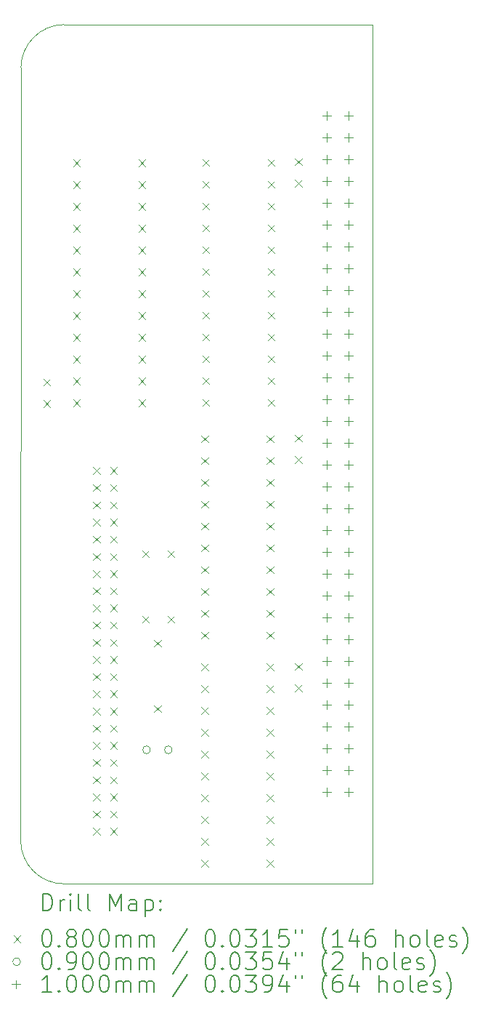
<source format=gbr>
%TF.GenerationSoftware,KiCad,Pcbnew,8.0.7*%
%TF.CreationDate,2025-01-16T17:26:47-05:00*%
%TF.ProjectId,simple_ide,73696d70-6c65-45f6-9964-652e6b696361,rev?*%
%TF.SameCoordinates,Original*%
%TF.FileFunction,Drillmap*%
%TF.FilePolarity,Positive*%
%FSLAX45Y45*%
G04 Gerber Fmt 4.5, Leading zero omitted, Abs format (unit mm)*
G04 Created by KiCad (PCBNEW 8.0.7) date 2025-01-16 17:26:47*
%MOMM*%
%LPD*%
G01*
G04 APERTURE LIST*
%ADD10C,0.050000*%
%ADD11C,0.200000*%
%ADD12C,0.100000*%
G04 APERTURE END LIST*
D10*
X14297761Y-4000221D02*
G75*
G02*
X14797689Y-3496938I508529J-5199D01*
G01*
X18400000Y-13500000D02*
X14800000Y-13500000D01*
X18400000Y-3500000D02*
X18400000Y-13500000D01*
X14800000Y-13500000D02*
G75*
G02*
X14295332Y-13000021I0J504690D01*
G01*
X14297446Y-3999989D02*
X14295197Y-13000010D01*
X18399234Y-3500000D02*
X14797689Y-3496933D01*
D11*
D12*
X14560000Y-7620000D02*
X14640000Y-7700000D01*
X14640000Y-7620000D02*
X14560000Y-7700000D01*
X14560000Y-7870000D02*
X14640000Y-7950000D01*
X14640000Y-7870000D02*
X14560000Y-7950000D01*
X14908000Y-5066000D02*
X14988000Y-5146000D01*
X14988000Y-5066000D02*
X14908000Y-5146000D01*
X14908000Y-5320000D02*
X14988000Y-5400000D01*
X14988000Y-5320000D02*
X14908000Y-5400000D01*
X14908000Y-5574000D02*
X14988000Y-5654000D01*
X14988000Y-5574000D02*
X14908000Y-5654000D01*
X14908000Y-5828000D02*
X14988000Y-5908000D01*
X14988000Y-5828000D02*
X14908000Y-5908000D01*
X14908000Y-6082000D02*
X14988000Y-6162000D01*
X14988000Y-6082000D02*
X14908000Y-6162000D01*
X14908000Y-6336000D02*
X14988000Y-6416000D01*
X14988000Y-6336000D02*
X14908000Y-6416000D01*
X14908000Y-6590000D02*
X14988000Y-6670000D01*
X14988000Y-6590000D02*
X14908000Y-6670000D01*
X14908000Y-6844000D02*
X14988000Y-6924000D01*
X14988000Y-6844000D02*
X14908000Y-6924000D01*
X14908000Y-7098000D02*
X14988000Y-7178000D01*
X14988000Y-7098000D02*
X14908000Y-7178000D01*
X14908000Y-7352000D02*
X14988000Y-7432000D01*
X14988000Y-7352000D02*
X14908000Y-7432000D01*
X14908000Y-7606000D02*
X14988000Y-7686000D01*
X14988000Y-7606000D02*
X14908000Y-7686000D01*
X14908000Y-7860000D02*
X14988000Y-7940000D01*
X14988000Y-7860000D02*
X14908000Y-7940000D01*
X15140000Y-8650000D02*
X15220000Y-8730000D01*
X15220000Y-8650000D02*
X15140000Y-8730000D01*
X15140000Y-8850000D02*
X15220000Y-8930000D01*
X15220000Y-8850000D02*
X15140000Y-8930000D01*
X15140000Y-9050000D02*
X15220000Y-9130000D01*
X15220000Y-9050000D02*
X15140000Y-9130000D01*
X15140000Y-9250000D02*
X15220000Y-9330000D01*
X15220000Y-9250000D02*
X15140000Y-9330000D01*
X15140000Y-9450000D02*
X15220000Y-9530000D01*
X15220000Y-9450000D02*
X15140000Y-9530000D01*
X15140000Y-9650000D02*
X15220000Y-9730000D01*
X15220000Y-9650000D02*
X15140000Y-9730000D01*
X15140000Y-9850000D02*
X15220000Y-9930000D01*
X15220000Y-9850000D02*
X15140000Y-9930000D01*
X15140000Y-10050000D02*
X15220000Y-10130000D01*
X15220000Y-10050000D02*
X15140000Y-10130000D01*
X15140000Y-10250000D02*
X15220000Y-10330000D01*
X15220000Y-10250000D02*
X15140000Y-10330000D01*
X15140000Y-10450000D02*
X15220000Y-10530000D01*
X15220000Y-10450000D02*
X15140000Y-10530000D01*
X15140000Y-10650000D02*
X15220000Y-10730000D01*
X15220000Y-10650000D02*
X15140000Y-10730000D01*
X15140000Y-10850000D02*
X15220000Y-10930000D01*
X15220000Y-10850000D02*
X15140000Y-10930000D01*
X15140000Y-11050000D02*
X15220000Y-11130000D01*
X15220000Y-11050000D02*
X15140000Y-11130000D01*
X15140000Y-11250000D02*
X15220000Y-11330000D01*
X15220000Y-11250000D02*
X15140000Y-11330000D01*
X15140000Y-11450000D02*
X15220000Y-11530000D01*
X15220000Y-11450000D02*
X15140000Y-11530000D01*
X15140000Y-11650000D02*
X15220000Y-11730000D01*
X15220000Y-11650000D02*
X15140000Y-11730000D01*
X15140000Y-11850000D02*
X15220000Y-11930000D01*
X15220000Y-11850000D02*
X15140000Y-11930000D01*
X15140000Y-12050000D02*
X15220000Y-12130000D01*
X15220000Y-12050000D02*
X15140000Y-12130000D01*
X15140000Y-12250000D02*
X15220000Y-12330000D01*
X15220000Y-12250000D02*
X15140000Y-12330000D01*
X15140000Y-12450000D02*
X15220000Y-12530000D01*
X15220000Y-12450000D02*
X15140000Y-12530000D01*
X15140000Y-12650000D02*
X15220000Y-12730000D01*
X15220000Y-12650000D02*
X15140000Y-12730000D01*
X15140000Y-12850000D02*
X15220000Y-12930000D01*
X15220000Y-12850000D02*
X15140000Y-12930000D01*
X15340000Y-8650000D02*
X15420000Y-8730000D01*
X15420000Y-8650000D02*
X15340000Y-8730000D01*
X15340000Y-8850000D02*
X15420000Y-8930000D01*
X15420000Y-8850000D02*
X15340000Y-8930000D01*
X15340000Y-9050000D02*
X15420000Y-9130000D01*
X15420000Y-9050000D02*
X15340000Y-9130000D01*
X15340000Y-9250000D02*
X15420000Y-9330000D01*
X15420000Y-9250000D02*
X15340000Y-9330000D01*
X15340000Y-9450000D02*
X15420000Y-9530000D01*
X15420000Y-9450000D02*
X15340000Y-9530000D01*
X15340000Y-9650000D02*
X15420000Y-9730000D01*
X15420000Y-9650000D02*
X15340000Y-9730000D01*
X15340000Y-9850000D02*
X15420000Y-9930000D01*
X15420000Y-9850000D02*
X15340000Y-9930000D01*
X15340000Y-10050000D02*
X15420000Y-10130000D01*
X15420000Y-10050000D02*
X15340000Y-10130000D01*
X15340000Y-10250000D02*
X15420000Y-10330000D01*
X15420000Y-10250000D02*
X15340000Y-10330000D01*
X15340000Y-10450000D02*
X15420000Y-10530000D01*
X15420000Y-10450000D02*
X15340000Y-10530000D01*
X15340000Y-10650000D02*
X15420000Y-10730000D01*
X15420000Y-10650000D02*
X15340000Y-10730000D01*
X15340000Y-10850000D02*
X15420000Y-10930000D01*
X15420000Y-10850000D02*
X15340000Y-10930000D01*
X15340000Y-11050000D02*
X15420000Y-11130000D01*
X15420000Y-11050000D02*
X15340000Y-11130000D01*
X15340000Y-11250000D02*
X15420000Y-11330000D01*
X15420000Y-11250000D02*
X15340000Y-11330000D01*
X15340000Y-11450000D02*
X15420000Y-11530000D01*
X15420000Y-11450000D02*
X15340000Y-11530000D01*
X15340000Y-11650000D02*
X15420000Y-11730000D01*
X15420000Y-11650000D02*
X15340000Y-11730000D01*
X15340000Y-11850000D02*
X15420000Y-11930000D01*
X15420000Y-11850000D02*
X15340000Y-11930000D01*
X15340000Y-12050000D02*
X15420000Y-12130000D01*
X15420000Y-12050000D02*
X15340000Y-12130000D01*
X15340000Y-12250000D02*
X15420000Y-12330000D01*
X15420000Y-12250000D02*
X15340000Y-12330000D01*
X15340000Y-12450000D02*
X15420000Y-12530000D01*
X15420000Y-12450000D02*
X15340000Y-12530000D01*
X15340000Y-12650000D02*
X15420000Y-12730000D01*
X15420000Y-12650000D02*
X15340000Y-12730000D01*
X15340000Y-12850000D02*
X15420000Y-12930000D01*
X15420000Y-12850000D02*
X15340000Y-12930000D01*
X15670000Y-5066000D02*
X15750000Y-5146000D01*
X15750000Y-5066000D02*
X15670000Y-5146000D01*
X15670000Y-5320000D02*
X15750000Y-5400000D01*
X15750000Y-5320000D02*
X15670000Y-5400000D01*
X15670000Y-5574000D02*
X15750000Y-5654000D01*
X15750000Y-5574000D02*
X15670000Y-5654000D01*
X15670000Y-5828000D02*
X15750000Y-5908000D01*
X15750000Y-5828000D02*
X15670000Y-5908000D01*
X15670000Y-6082000D02*
X15750000Y-6162000D01*
X15750000Y-6082000D02*
X15670000Y-6162000D01*
X15670000Y-6336000D02*
X15750000Y-6416000D01*
X15750000Y-6336000D02*
X15670000Y-6416000D01*
X15670000Y-6590000D02*
X15750000Y-6670000D01*
X15750000Y-6590000D02*
X15670000Y-6670000D01*
X15670000Y-6844000D02*
X15750000Y-6924000D01*
X15750000Y-6844000D02*
X15670000Y-6924000D01*
X15670000Y-7098000D02*
X15750000Y-7178000D01*
X15750000Y-7098000D02*
X15670000Y-7178000D01*
X15670000Y-7352000D02*
X15750000Y-7432000D01*
X15750000Y-7352000D02*
X15670000Y-7432000D01*
X15670000Y-7606000D02*
X15750000Y-7686000D01*
X15750000Y-7606000D02*
X15670000Y-7686000D01*
X15670000Y-7860000D02*
X15750000Y-7940000D01*
X15750000Y-7860000D02*
X15670000Y-7940000D01*
X15710000Y-9619000D02*
X15790000Y-9699000D01*
X15790000Y-9619000D02*
X15710000Y-9699000D01*
X15710000Y-10381000D02*
X15790000Y-10461000D01*
X15790000Y-10381000D02*
X15710000Y-10461000D01*
X15850000Y-10660000D02*
X15930000Y-10740000D01*
X15930000Y-10660000D02*
X15850000Y-10740000D01*
X15850000Y-11422000D02*
X15930000Y-11502000D01*
X15930000Y-11422000D02*
X15850000Y-11502000D01*
X16010000Y-9619000D02*
X16090000Y-9699000D01*
X16090000Y-9619000D02*
X16010000Y-9699000D01*
X16010000Y-10381000D02*
X16090000Y-10461000D01*
X16090000Y-10381000D02*
X16010000Y-10461000D01*
X16403000Y-8278500D02*
X16483000Y-8358500D01*
X16483000Y-8278500D02*
X16403000Y-8358500D01*
X16403000Y-8532500D02*
X16483000Y-8612500D01*
X16483000Y-8532500D02*
X16403000Y-8612500D01*
X16403000Y-8786500D02*
X16483000Y-8866500D01*
X16483000Y-8786500D02*
X16403000Y-8866500D01*
X16403000Y-9040500D02*
X16483000Y-9120500D01*
X16483000Y-9040500D02*
X16403000Y-9120500D01*
X16403000Y-9294500D02*
X16483000Y-9374500D01*
X16483000Y-9294500D02*
X16403000Y-9374500D01*
X16403000Y-9548500D02*
X16483000Y-9628500D01*
X16483000Y-9548500D02*
X16403000Y-9628500D01*
X16403000Y-9802500D02*
X16483000Y-9882500D01*
X16483000Y-9802500D02*
X16403000Y-9882500D01*
X16403000Y-10056500D02*
X16483000Y-10136500D01*
X16483000Y-10056500D02*
X16403000Y-10136500D01*
X16403000Y-10310500D02*
X16483000Y-10390500D01*
X16483000Y-10310500D02*
X16403000Y-10390500D01*
X16403000Y-10564500D02*
X16483000Y-10644500D01*
X16483000Y-10564500D02*
X16403000Y-10644500D01*
X16403000Y-10936000D02*
X16483000Y-11016000D01*
X16483000Y-10936000D02*
X16403000Y-11016000D01*
X16403000Y-11190000D02*
X16483000Y-11270000D01*
X16483000Y-11190000D02*
X16403000Y-11270000D01*
X16403000Y-11444000D02*
X16483000Y-11524000D01*
X16483000Y-11444000D02*
X16403000Y-11524000D01*
X16403000Y-11698000D02*
X16483000Y-11778000D01*
X16483000Y-11698000D02*
X16403000Y-11778000D01*
X16403000Y-11952000D02*
X16483000Y-12032000D01*
X16483000Y-11952000D02*
X16403000Y-12032000D01*
X16403000Y-12206000D02*
X16483000Y-12286000D01*
X16483000Y-12206000D02*
X16403000Y-12286000D01*
X16403000Y-12460000D02*
X16483000Y-12540000D01*
X16483000Y-12460000D02*
X16403000Y-12540000D01*
X16403000Y-12714000D02*
X16483000Y-12794000D01*
X16483000Y-12714000D02*
X16403000Y-12794000D01*
X16403000Y-12968000D02*
X16483000Y-13048000D01*
X16483000Y-12968000D02*
X16403000Y-13048000D01*
X16403000Y-13222000D02*
X16483000Y-13302000D01*
X16483000Y-13222000D02*
X16403000Y-13302000D01*
X16413000Y-5065000D02*
X16493000Y-5145000D01*
X16493000Y-5065000D02*
X16413000Y-5145000D01*
X16413000Y-5319000D02*
X16493000Y-5399000D01*
X16493000Y-5319000D02*
X16413000Y-5399000D01*
X16413000Y-5573000D02*
X16493000Y-5653000D01*
X16493000Y-5573000D02*
X16413000Y-5653000D01*
X16413000Y-5827000D02*
X16493000Y-5907000D01*
X16493000Y-5827000D02*
X16413000Y-5907000D01*
X16413000Y-6081000D02*
X16493000Y-6161000D01*
X16493000Y-6081000D02*
X16413000Y-6161000D01*
X16413000Y-6335000D02*
X16493000Y-6415000D01*
X16493000Y-6335000D02*
X16413000Y-6415000D01*
X16413000Y-6589000D02*
X16493000Y-6669000D01*
X16493000Y-6589000D02*
X16413000Y-6669000D01*
X16413000Y-6843000D02*
X16493000Y-6923000D01*
X16493000Y-6843000D02*
X16413000Y-6923000D01*
X16413000Y-7097000D02*
X16493000Y-7177000D01*
X16493000Y-7097000D02*
X16413000Y-7177000D01*
X16413000Y-7351000D02*
X16493000Y-7431000D01*
X16493000Y-7351000D02*
X16413000Y-7431000D01*
X16413000Y-7605000D02*
X16493000Y-7685000D01*
X16493000Y-7605000D02*
X16413000Y-7685000D01*
X16413000Y-7859000D02*
X16493000Y-7939000D01*
X16493000Y-7859000D02*
X16413000Y-7939000D01*
X17165000Y-8278500D02*
X17245000Y-8358500D01*
X17245000Y-8278500D02*
X17165000Y-8358500D01*
X17165000Y-8532500D02*
X17245000Y-8612500D01*
X17245000Y-8532500D02*
X17165000Y-8612500D01*
X17165000Y-8786500D02*
X17245000Y-8866500D01*
X17245000Y-8786500D02*
X17165000Y-8866500D01*
X17165000Y-9040500D02*
X17245000Y-9120500D01*
X17245000Y-9040500D02*
X17165000Y-9120500D01*
X17165000Y-9294500D02*
X17245000Y-9374500D01*
X17245000Y-9294500D02*
X17165000Y-9374500D01*
X17165000Y-9548500D02*
X17245000Y-9628500D01*
X17245000Y-9548500D02*
X17165000Y-9628500D01*
X17165000Y-9802500D02*
X17245000Y-9882500D01*
X17245000Y-9802500D02*
X17165000Y-9882500D01*
X17165000Y-10056500D02*
X17245000Y-10136500D01*
X17245000Y-10056500D02*
X17165000Y-10136500D01*
X17165000Y-10310500D02*
X17245000Y-10390500D01*
X17245000Y-10310500D02*
X17165000Y-10390500D01*
X17165000Y-10564500D02*
X17245000Y-10644500D01*
X17245000Y-10564500D02*
X17165000Y-10644500D01*
X17165000Y-10936000D02*
X17245000Y-11016000D01*
X17245000Y-10936000D02*
X17165000Y-11016000D01*
X17165000Y-11190000D02*
X17245000Y-11270000D01*
X17245000Y-11190000D02*
X17165000Y-11270000D01*
X17165000Y-11444000D02*
X17245000Y-11524000D01*
X17245000Y-11444000D02*
X17165000Y-11524000D01*
X17165000Y-11698000D02*
X17245000Y-11778000D01*
X17245000Y-11698000D02*
X17165000Y-11778000D01*
X17165000Y-11952000D02*
X17245000Y-12032000D01*
X17245000Y-11952000D02*
X17165000Y-12032000D01*
X17165000Y-12206000D02*
X17245000Y-12286000D01*
X17245000Y-12206000D02*
X17165000Y-12286000D01*
X17165000Y-12460000D02*
X17245000Y-12540000D01*
X17245000Y-12460000D02*
X17165000Y-12540000D01*
X17165000Y-12714000D02*
X17245000Y-12794000D01*
X17245000Y-12714000D02*
X17165000Y-12794000D01*
X17165000Y-12968000D02*
X17245000Y-13048000D01*
X17245000Y-12968000D02*
X17165000Y-13048000D01*
X17165000Y-13222000D02*
X17245000Y-13302000D01*
X17245000Y-13222000D02*
X17165000Y-13302000D01*
X17175000Y-5065000D02*
X17255000Y-5145000D01*
X17255000Y-5065000D02*
X17175000Y-5145000D01*
X17175000Y-5319000D02*
X17255000Y-5399000D01*
X17255000Y-5319000D02*
X17175000Y-5399000D01*
X17175000Y-5573000D02*
X17255000Y-5653000D01*
X17255000Y-5573000D02*
X17175000Y-5653000D01*
X17175000Y-5827000D02*
X17255000Y-5907000D01*
X17255000Y-5827000D02*
X17175000Y-5907000D01*
X17175000Y-6081000D02*
X17255000Y-6161000D01*
X17255000Y-6081000D02*
X17175000Y-6161000D01*
X17175000Y-6335000D02*
X17255000Y-6415000D01*
X17255000Y-6335000D02*
X17175000Y-6415000D01*
X17175000Y-6589000D02*
X17255000Y-6669000D01*
X17255000Y-6589000D02*
X17175000Y-6669000D01*
X17175000Y-6843000D02*
X17255000Y-6923000D01*
X17255000Y-6843000D02*
X17175000Y-6923000D01*
X17175000Y-7097000D02*
X17255000Y-7177000D01*
X17255000Y-7097000D02*
X17175000Y-7177000D01*
X17175000Y-7351000D02*
X17255000Y-7431000D01*
X17255000Y-7351000D02*
X17175000Y-7431000D01*
X17175000Y-7605000D02*
X17255000Y-7685000D01*
X17255000Y-7605000D02*
X17175000Y-7685000D01*
X17175000Y-7859000D02*
X17255000Y-7939000D01*
X17255000Y-7859000D02*
X17175000Y-7939000D01*
X17495000Y-5055000D02*
X17575000Y-5135000D01*
X17575000Y-5055000D02*
X17495000Y-5135000D01*
X17495000Y-5305000D02*
X17575000Y-5385000D01*
X17575000Y-5305000D02*
X17495000Y-5385000D01*
X17495000Y-8273500D02*
X17575000Y-8353500D01*
X17575000Y-8273500D02*
X17495000Y-8353500D01*
X17495000Y-8523500D02*
X17575000Y-8603500D01*
X17575000Y-8523500D02*
X17495000Y-8603500D01*
X17495000Y-10931000D02*
X17575000Y-11011000D01*
X17575000Y-10931000D02*
X17495000Y-11011000D01*
X17495000Y-11181000D02*
X17575000Y-11261000D01*
X17575000Y-11181000D02*
X17495000Y-11261000D01*
X15807500Y-11940000D02*
G75*
G02*
X15717500Y-11940000I-45000J0D01*
G01*
X15717500Y-11940000D02*
G75*
G02*
X15807500Y-11940000I45000J0D01*
G01*
X16061500Y-11940000D02*
G75*
G02*
X15971500Y-11940000I-45000J0D01*
G01*
X15971500Y-11940000D02*
G75*
G02*
X16061500Y-11940000I45000J0D01*
G01*
X17866200Y-4510030D02*
X17866200Y-4610030D01*
X17816200Y-4560030D02*
X17916200Y-4560030D01*
X17866200Y-4764030D02*
X17866200Y-4864030D01*
X17816200Y-4814030D02*
X17916200Y-4814030D01*
X17866200Y-5018030D02*
X17866200Y-5118030D01*
X17816200Y-5068030D02*
X17916200Y-5068030D01*
X17866200Y-5272030D02*
X17866200Y-5372030D01*
X17816200Y-5322030D02*
X17916200Y-5322030D01*
X17866200Y-5526030D02*
X17866200Y-5626030D01*
X17816200Y-5576030D02*
X17916200Y-5576030D01*
X17866200Y-5780030D02*
X17866200Y-5880030D01*
X17816200Y-5830030D02*
X17916200Y-5830030D01*
X17866200Y-6034030D02*
X17866200Y-6134030D01*
X17816200Y-6084030D02*
X17916200Y-6084030D01*
X17866200Y-6288030D02*
X17866200Y-6388030D01*
X17816200Y-6338030D02*
X17916200Y-6338030D01*
X17866200Y-6542030D02*
X17866200Y-6642030D01*
X17816200Y-6592030D02*
X17916200Y-6592030D01*
X17866200Y-6796030D02*
X17866200Y-6896030D01*
X17816200Y-6846030D02*
X17916200Y-6846030D01*
X17866200Y-7050030D02*
X17866200Y-7150030D01*
X17816200Y-7100030D02*
X17916200Y-7100030D01*
X17866200Y-7304030D02*
X17866200Y-7404030D01*
X17816200Y-7354030D02*
X17916200Y-7354030D01*
X17866200Y-7558030D02*
X17866200Y-7658030D01*
X17816200Y-7608030D02*
X17916200Y-7608030D01*
X17866200Y-7812030D02*
X17866200Y-7912030D01*
X17816200Y-7862030D02*
X17916200Y-7862030D01*
X17866200Y-8066030D02*
X17866200Y-8166030D01*
X17816200Y-8116030D02*
X17916200Y-8116030D01*
X17866200Y-8320030D02*
X17866200Y-8420030D01*
X17816200Y-8370030D02*
X17916200Y-8370030D01*
X17866200Y-8574030D02*
X17866200Y-8674030D01*
X17816200Y-8624030D02*
X17916200Y-8624030D01*
X17866200Y-8828030D02*
X17866200Y-8928030D01*
X17816200Y-8878030D02*
X17916200Y-8878030D01*
X17866200Y-9082030D02*
X17866200Y-9182030D01*
X17816200Y-9132030D02*
X17916200Y-9132030D01*
X17866200Y-9336030D02*
X17866200Y-9436030D01*
X17816200Y-9386030D02*
X17916200Y-9386030D01*
X17866200Y-9590030D02*
X17866200Y-9690030D01*
X17816200Y-9640030D02*
X17916200Y-9640030D01*
X17866200Y-9844030D02*
X17866200Y-9944030D01*
X17816200Y-9894030D02*
X17916200Y-9894030D01*
X17866200Y-10098030D02*
X17866200Y-10198030D01*
X17816200Y-10148030D02*
X17916200Y-10148030D01*
X17866200Y-10352030D02*
X17866200Y-10452030D01*
X17816200Y-10402030D02*
X17916200Y-10402030D01*
X17866200Y-10606030D02*
X17866200Y-10706030D01*
X17816200Y-10656030D02*
X17916200Y-10656030D01*
X17866200Y-10860030D02*
X17866200Y-10960030D01*
X17816200Y-10910030D02*
X17916200Y-10910030D01*
X17866200Y-11114030D02*
X17866200Y-11214030D01*
X17816200Y-11164030D02*
X17916200Y-11164030D01*
X17866200Y-11368030D02*
X17866200Y-11468030D01*
X17816200Y-11418030D02*
X17916200Y-11418030D01*
X17866200Y-11622030D02*
X17866200Y-11722030D01*
X17816200Y-11672030D02*
X17916200Y-11672030D01*
X17866200Y-11876030D02*
X17866200Y-11976030D01*
X17816200Y-11926030D02*
X17916200Y-11926030D01*
X17866200Y-12130030D02*
X17866200Y-12230030D01*
X17816200Y-12180030D02*
X17916200Y-12180030D01*
X17866200Y-12384030D02*
X17866200Y-12484030D01*
X17816200Y-12434030D02*
X17916200Y-12434030D01*
X18120200Y-4510030D02*
X18120200Y-4610030D01*
X18070200Y-4560030D02*
X18170200Y-4560030D01*
X18120200Y-4764030D02*
X18120200Y-4864030D01*
X18070200Y-4814030D02*
X18170200Y-4814030D01*
X18120200Y-5018030D02*
X18120200Y-5118030D01*
X18070200Y-5068030D02*
X18170200Y-5068030D01*
X18120200Y-5272030D02*
X18120200Y-5372030D01*
X18070200Y-5322030D02*
X18170200Y-5322030D01*
X18120200Y-5526030D02*
X18120200Y-5626030D01*
X18070200Y-5576030D02*
X18170200Y-5576030D01*
X18120200Y-5780030D02*
X18120200Y-5880030D01*
X18070200Y-5830030D02*
X18170200Y-5830030D01*
X18120200Y-6034030D02*
X18120200Y-6134030D01*
X18070200Y-6084030D02*
X18170200Y-6084030D01*
X18120200Y-6288030D02*
X18120200Y-6388030D01*
X18070200Y-6338030D02*
X18170200Y-6338030D01*
X18120200Y-6542030D02*
X18120200Y-6642030D01*
X18070200Y-6592030D02*
X18170200Y-6592030D01*
X18120200Y-6796030D02*
X18120200Y-6896030D01*
X18070200Y-6846030D02*
X18170200Y-6846030D01*
X18120200Y-7050030D02*
X18120200Y-7150030D01*
X18070200Y-7100030D02*
X18170200Y-7100030D01*
X18120200Y-7304030D02*
X18120200Y-7404030D01*
X18070200Y-7354030D02*
X18170200Y-7354030D01*
X18120200Y-7558030D02*
X18120200Y-7658030D01*
X18070200Y-7608030D02*
X18170200Y-7608030D01*
X18120200Y-7812030D02*
X18120200Y-7912030D01*
X18070200Y-7862030D02*
X18170200Y-7862030D01*
X18120200Y-8066030D02*
X18120200Y-8166030D01*
X18070200Y-8116030D02*
X18170200Y-8116030D01*
X18120200Y-8320030D02*
X18120200Y-8420030D01*
X18070200Y-8370030D02*
X18170200Y-8370030D01*
X18120200Y-8574030D02*
X18120200Y-8674030D01*
X18070200Y-8624030D02*
X18170200Y-8624030D01*
X18120200Y-8828030D02*
X18120200Y-8928030D01*
X18070200Y-8878030D02*
X18170200Y-8878030D01*
X18120200Y-9082030D02*
X18120200Y-9182030D01*
X18070200Y-9132030D02*
X18170200Y-9132030D01*
X18120200Y-9336030D02*
X18120200Y-9436030D01*
X18070200Y-9386030D02*
X18170200Y-9386030D01*
X18120200Y-9590030D02*
X18120200Y-9690030D01*
X18070200Y-9640030D02*
X18170200Y-9640030D01*
X18120200Y-9844030D02*
X18120200Y-9944030D01*
X18070200Y-9894030D02*
X18170200Y-9894030D01*
X18120200Y-10098030D02*
X18120200Y-10198030D01*
X18070200Y-10148030D02*
X18170200Y-10148030D01*
X18120200Y-10352030D02*
X18120200Y-10452030D01*
X18070200Y-10402030D02*
X18170200Y-10402030D01*
X18120200Y-10606030D02*
X18120200Y-10706030D01*
X18070200Y-10656030D02*
X18170200Y-10656030D01*
X18120200Y-10860030D02*
X18120200Y-10960030D01*
X18070200Y-10910030D02*
X18170200Y-10910030D01*
X18120200Y-11114030D02*
X18120200Y-11214030D01*
X18070200Y-11164030D02*
X18170200Y-11164030D01*
X18120200Y-11368030D02*
X18120200Y-11468030D01*
X18070200Y-11418030D02*
X18170200Y-11418030D01*
X18120200Y-11622030D02*
X18120200Y-11722030D01*
X18070200Y-11672030D02*
X18170200Y-11672030D01*
X18120200Y-11876030D02*
X18120200Y-11976030D01*
X18070200Y-11926030D02*
X18170200Y-11926030D01*
X18120200Y-12130030D02*
X18120200Y-12230030D01*
X18070200Y-12180030D02*
X18170200Y-12180030D01*
X18120200Y-12384030D02*
X18120200Y-12484030D01*
X18070200Y-12434030D02*
X18170200Y-12434030D01*
D11*
X14553474Y-13813984D02*
X14553474Y-13613984D01*
X14553474Y-13613984D02*
X14601093Y-13613984D01*
X14601093Y-13613984D02*
X14629664Y-13623508D01*
X14629664Y-13623508D02*
X14648712Y-13642555D01*
X14648712Y-13642555D02*
X14658236Y-13661603D01*
X14658236Y-13661603D02*
X14667760Y-13699698D01*
X14667760Y-13699698D02*
X14667760Y-13728269D01*
X14667760Y-13728269D02*
X14658236Y-13766365D01*
X14658236Y-13766365D02*
X14648712Y-13785412D01*
X14648712Y-13785412D02*
X14629664Y-13804460D01*
X14629664Y-13804460D02*
X14601093Y-13813984D01*
X14601093Y-13813984D02*
X14553474Y-13813984D01*
X14753474Y-13813984D02*
X14753474Y-13680650D01*
X14753474Y-13718746D02*
X14762998Y-13699698D01*
X14762998Y-13699698D02*
X14772521Y-13690174D01*
X14772521Y-13690174D02*
X14791569Y-13680650D01*
X14791569Y-13680650D02*
X14810617Y-13680650D01*
X14877283Y-13813984D02*
X14877283Y-13680650D01*
X14877283Y-13613984D02*
X14867760Y-13623508D01*
X14867760Y-13623508D02*
X14877283Y-13633031D01*
X14877283Y-13633031D02*
X14886807Y-13623508D01*
X14886807Y-13623508D02*
X14877283Y-13613984D01*
X14877283Y-13613984D02*
X14877283Y-13633031D01*
X15001093Y-13813984D02*
X14982045Y-13804460D01*
X14982045Y-13804460D02*
X14972521Y-13785412D01*
X14972521Y-13785412D02*
X14972521Y-13613984D01*
X15105855Y-13813984D02*
X15086807Y-13804460D01*
X15086807Y-13804460D02*
X15077283Y-13785412D01*
X15077283Y-13785412D02*
X15077283Y-13613984D01*
X15334426Y-13813984D02*
X15334426Y-13613984D01*
X15334426Y-13613984D02*
X15401093Y-13756841D01*
X15401093Y-13756841D02*
X15467760Y-13613984D01*
X15467760Y-13613984D02*
X15467760Y-13813984D01*
X15648712Y-13813984D02*
X15648712Y-13709222D01*
X15648712Y-13709222D02*
X15639188Y-13690174D01*
X15639188Y-13690174D02*
X15620141Y-13680650D01*
X15620141Y-13680650D02*
X15582045Y-13680650D01*
X15582045Y-13680650D02*
X15562998Y-13690174D01*
X15648712Y-13804460D02*
X15629664Y-13813984D01*
X15629664Y-13813984D02*
X15582045Y-13813984D01*
X15582045Y-13813984D02*
X15562998Y-13804460D01*
X15562998Y-13804460D02*
X15553474Y-13785412D01*
X15553474Y-13785412D02*
X15553474Y-13766365D01*
X15553474Y-13766365D02*
X15562998Y-13747317D01*
X15562998Y-13747317D02*
X15582045Y-13737793D01*
X15582045Y-13737793D02*
X15629664Y-13737793D01*
X15629664Y-13737793D02*
X15648712Y-13728269D01*
X15743950Y-13680650D02*
X15743950Y-13880650D01*
X15743950Y-13690174D02*
X15762998Y-13680650D01*
X15762998Y-13680650D02*
X15801093Y-13680650D01*
X15801093Y-13680650D02*
X15820141Y-13690174D01*
X15820141Y-13690174D02*
X15829664Y-13699698D01*
X15829664Y-13699698D02*
X15839188Y-13718746D01*
X15839188Y-13718746D02*
X15839188Y-13775888D01*
X15839188Y-13775888D02*
X15829664Y-13794936D01*
X15829664Y-13794936D02*
X15820141Y-13804460D01*
X15820141Y-13804460D02*
X15801093Y-13813984D01*
X15801093Y-13813984D02*
X15762998Y-13813984D01*
X15762998Y-13813984D02*
X15743950Y-13804460D01*
X15924902Y-13794936D02*
X15934426Y-13804460D01*
X15934426Y-13804460D02*
X15924902Y-13813984D01*
X15924902Y-13813984D02*
X15915379Y-13804460D01*
X15915379Y-13804460D02*
X15924902Y-13794936D01*
X15924902Y-13794936D02*
X15924902Y-13813984D01*
X15924902Y-13690174D02*
X15934426Y-13699698D01*
X15934426Y-13699698D02*
X15924902Y-13709222D01*
X15924902Y-13709222D02*
X15915379Y-13699698D01*
X15915379Y-13699698D02*
X15924902Y-13690174D01*
X15924902Y-13690174D02*
X15924902Y-13709222D01*
D12*
X14212697Y-14102500D02*
X14292697Y-14182500D01*
X14292697Y-14102500D02*
X14212697Y-14182500D01*
D11*
X14591569Y-14033984D02*
X14610617Y-14033984D01*
X14610617Y-14033984D02*
X14629664Y-14043508D01*
X14629664Y-14043508D02*
X14639188Y-14053031D01*
X14639188Y-14053031D02*
X14648712Y-14072079D01*
X14648712Y-14072079D02*
X14658236Y-14110174D01*
X14658236Y-14110174D02*
X14658236Y-14157793D01*
X14658236Y-14157793D02*
X14648712Y-14195888D01*
X14648712Y-14195888D02*
X14639188Y-14214936D01*
X14639188Y-14214936D02*
X14629664Y-14224460D01*
X14629664Y-14224460D02*
X14610617Y-14233984D01*
X14610617Y-14233984D02*
X14591569Y-14233984D01*
X14591569Y-14233984D02*
X14572521Y-14224460D01*
X14572521Y-14224460D02*
X14562998Y-14214936D01*
X14562998Y-14214936D02*
X14553474Y-14195888D01*
X14553474Y-14195888D02*
X14543950Y-14157793D01*
X14543950Y-14157793D02*
X14543950Y-14110174D01*
X14543950Y-14110174D02*
X14553474Y-14072079D01*
X14553474Y-14072079D02*
X14562998Y-14053031D01*
X14562998Y-14053031D02*
X14572521Y-14043508D01*
X14572521Y-14043508D02*
X14591569Y-14033984D01*
X14743950Y-14214936D02*
X14753474Y-14224460D01*
X14753474Y-14224460D02*
X14743950Y-14233984D01*
X14743950Y-14233984D02*
X14734426Y-14224460D01*
X14734426Y-14224460D02*
X14743950Y-14214936D01*
X14743950Y-14214936D02*
X14743950Y-14233984D01*
X14867760Y-14119698D02*
X14848712Y-14110174D01*
X14848712Y-14110174D02*
X14839188Y-14100650D01*
X14839188Y-14100650D02*
X14829664Y-14081603D01*
X14829664Y-14081603D02*
X14829664Y-14072079D01*
X14829664Y-14072079D02*
X14839188Y-14053031D01*
X14839188Y-14053031D02*
X14848712Y-14043508D01*
X14848712Y-14043508D02*
X14867760Y-14033984D01*
X14867760Y-14033984D02*
X14905855Y-14033984D01*
X14905855Y-14033984D02*
X14924902Y-14043508D01*
X14924902Y-14043508D02*
X14934426Y-14053031D01*
X14934426Y-14053031D02*
X14943950Y-14072079D01*
X14943950Y-14072079D02*
X14943950Y-14081603D01*
X14943950Y-14081603D02*
X14934426Y-14100650D01*
X14934426Y-14100650D02*
X14924902Y-14110174D01*
X14924902Y-14110174D02*
X14905855Y-14119698D01*
X14905855Y-14119698D02*
X14867760Y-14119698D01*
X14867760Y-14119698D02*
X14848712Y-14129222D01*
X14848712Y-14129222D02*
X14839188Y-14138746D01*
X14839188Y-14138746D02*
X14829664Y-14157793D01*
X14829664Y-14157793D02*
X14829664Y-14195888D01*
X14829664Y-14195888D02*
X14839188Y-14214936D01*
X14839188Y-14214936D02*
X14848712Y-14224460D01*
X14848712Y-14224460D02*
X14867760Y-14233984D01*
X14867760Y-14233984D02*
X14905855Y-14233984D01*
X14905855Y-14233984D02*
X14924902Y-14224460D01*
X14924902Y-14224460D02*
X14934426Y-14214936D01*
X14934426Y-14214936D02*
X14943950Y-14195888D01*
X14943950Y-14195888D02*
X14943950Y-14157793D01*
X14943950Y-14157793D02*
X14934426Y-14138746D01*
X14934426Y-14138746D02*
X14924902Y-14129222D01*
X14924902Y-14129222D02*
X14905855Y-14119698D01*
X15067760Y-14033984D02*
X15086807Y-14033984D01*
X15086807Y-14033984D02*
X15105855Y-14043508D01*
X15105855Y-14043508D02*
X15115379Y-14053031D01*
X15115379Y-14053031D02*
X15124902Y-14072079D01*
X15124902Y-14072079D02*
X15134426Y-14110174D01*
X15134426Y-14110174D02*
X15134426Y-14157793D01*
X15134426Y-14157793D02*
X15124902Y-14195888D01*
X15124902Y-14195888D02*
X15115379Y-14214936D01*
X15115379Y-14214936D02*
X15105855Y-14224460D01*
X15105855Y-14224460D02*
X15086807Y-14233984D01*
X15086807Y-14233984D02*
X15067760Y-14233984D01*
X15067760Y-14233984D02*
X15048712Y-14224460D01*
X15048712Y-14224460D02*
X15039188Y-14214936D01*
X15039188Y-14214936D02*
X15029664Y-14195888D01*
X15029664Y-14195888D02*
X15020141Y-14157793D01*
X15020141Y-14157793D02*
X15020141Y-14110174D01*
X15020141Y-14110174D02*
X15029664Y-14072079D01*
X15029664Y-14072079D02*
X15039188Y-14053031D01*
X15039188Y-14053031D02*
X15048712Y-14043508D01*
X15048712Y-14043508D02*
X15067760Y-14033984D01*
X15258236Y-14033984D02*
X15277283Y-14033984D01*
X15277283Y-14033984D02*
X15296331Y-14043508D01*
X15296331Y-14043508D02*
X15305855Y-14053031D01*
X15305855Y-14053031D02*
X15315379Y-14072079D01*
X15315379Y-14072079D02*
X15324902Y-14110174D01*
X15324902Y-14110174D02*
X15324902Y-14157793D01*
X15324902Y-14157793D02*
X15315379Y-14195888D01*
X15315379Y-14195888D02*
X15305855Y-14214936D01*
X15305855Y-14214936D02*
X15296331Y-14224460D01*
X15296331Y-14224460D02*
X15277283Y-14233984D01*
X15277283Y-14233984D02*
X15258236Y-14233984D01*
X15258236Y-14233984D02*
X15239188Y-14224460D01*
X15239188Y-14224460D02*
X15229664Y-14214936D01*
X15229664Y-14214936D02*
X15220141Y-14195888D01*
X15220141Y-14195888D02*
X15210617Y-14157793D01*
X15210617Y-14157793D02*
X15210617Y-14110174D01*
X15210617Y-14110174D02*
X15220141Y-14072079D01*
X15220141Y-14072079D02*
X15229664Y-14053031D01*
X15229664Y-14053031D02*
X15239188Y-14043508D01*
X15239188Y-14043508D02*
X15258236Y-14033984D01*
X15410617Y-14233984D02*
X15410617Y-14100650D01*
X15410617Y-14119698D02*
X15420141Y-14110174D01*
X15420141Y-14110174D02*
X15439188Y-14100650D01*
X15439188Y-14100650D02*
X15467760Y-14100650D01*
X15467760Y-14100650D02*
X15486807Y-14110174D01*
X15486807Y-14110174D02*
X15496331Y-14129222D01*
X15496331Y-14129222D02*
X15496331Y-14233984D01*
X15496331Y-14129222D02*
X15505855Y-14110174D01*
X15505855Y-14110174D02*
X15524902Y-14100650D01*
X15524902Y-14100650D02*
X15553474Y-14100650D01*
X15553474Y-14100650D02*
X15572522Y-14110174D01*
X15572522Y-14110174D02*
X15582045Y-14129222D01*
X15582045Y-14129222D02*
X15582045Y-14233984D01*
X15677283Y-14233984D02*
X15677283Y-14100650D01*
X15677283Y-14119698D02*
X15686807Y-14110174D01*
X15686807Y-14110174D02*
X15705855Y-14100650D01*
X15705855Y-14100650D02*
X15734426Y-14100650D01*
X15734426Y-14100650D02*
X15753474Y-14110174D01*
X15753474Y-14110174D02*
X15762998Y-14129222D01*
X15762998Y-14129222D02*
X15762998Y-14233984D01*
X15762998Y-14129222D02*
X15772522Y-14110174D01*
X15772522Y-14110174D02*
X15791569Y-14100650D01*
X15791569Y-14100650D02*
X15820141Y-14100650D01*
X15820141Y-14100650D02*
X15839188Y-14110174D01*
X15839188Y-14110174D02*
X15848712Y-14129222D01*
X15848712Y-14129222D02*
X15848712Y-14233984D01*
X16239188Y-14024460D02*
X16067760Y-14281603D01*
X16496331Y-14033984D02*
X16515379Y-14033984D01*
X16515379Y-14033984D02*
X16534426Y-14043508D01*
X16534426Y-14043508D02*
X16543950Y-14053031D01*
X16543950Y-14053031D02*
X16553474Y-14072079D01*
X16553474Y-14072079D02*
X16562998Y-14110174D01*
X16562998Y-14110174D02*
X16562998Y-14157793D01*
X16562998Y-14157793D02*
X16553474Y-14195888D01*
X16553474Y-14195888D02*
X16543950Y-14214936D01*
X16543950Y-14214936D02*
X16534426Y-14224460D01*
X16534426Y-14224460D02*
X16515379Y-14233984D01*
X16515379Y-14233984D02*
X16496331Y-14233984D01*
X16496331Y-14233984D02*
X16477284Y-14224460D01*
X16477284Y-14224460D02*
X16467760Y-14214936D01*
X16467760Y-14214936D02*
X16458236Y-14195888D01*
X16458236Y-14195888D02*
X16448712Y-14157793D01*
X16448712Y-14157793D02*
X16448712Y-14110174D01*
X16448712Y-14110174D02*
X16458236Y-14072079D01*
X16458236Y-14072079D02*
X16467760Y-14053031D01*
X16467760Y-14053031D02*
X16477284Y-14043508D01*
X16477284Y-14043508D02*
X16496331Y-14033984D01*
X16648712Y-14214936D02*
X16658236Y-14224460D01*
X16658236Y-14224460D02*
X16648712Y-14233984D01*
X16648712Y-14233984D02*
X16639188Y-14224460D01*
X16639188Y-14224460D02*
X16648712Y-14214936D01*
X16648712Y-14214936D02*
X16648712Y-14233984D01*
X16782046Y-14033984D02*
X16801093Y-14033984D01*
X16801093Y-14033984D02*
X16820141Y-14043508D01*
X16820141Y-14043508D02*
X16829665Y-14053031D01*
X16829665Y-14053031D02*
X16839188Y-14072079D01*
X16839188Y-14072079D02*
X16848712Y-14110174D01*
X16848712Y-14110174D02*
X16848712Y-14157793D01*
X16848712Y-14157793D02*
X16839188Y-14195888D01*
X16839188Y-14195888D02*
X16829665Y-14214936D01*
X16829665Y-14214936D02*
X16820141Y-14224460D01*
X16820141Y-14224460D02*
X16801093Y-14233984D01*
X16801093Y-14233984D02*
X16782046Y-14233984D01*
X16782046Y-14233984D02*
X16762998Y-14224460D01*
X16762998Y-14224460D02*
X16753474Y-14214936D01*
X16753474Y-14214936D02*
X16743950Y-14195888D01*
X16743950Y-14195888D02*
X16734426Y-14157793D01*
X16734426Y-14157793D02*
X16734426Y-14110174D01*
X16734426Y-14110174D02*
X16743950Y-14072079D01*
X16743950Y-14072079D02*
X16753474Y-14053031D01*
X16753474Y-14053031D02*
X16762998Y-14043508D01*
X16762998Y-14043508D02*
X16782046Y-14033984D01*
X16915379Y-14033984D02*
X17039188Y-14033984D01*
X17039188Y-14033984D02*
X16972522Y-14110174D01*
X16972522Y-14110174D02*
X17001093Y-14110174D01*
X17001093Y-14110174D02*
X17020141Y-14119698D01*
X17020141Y-14119698D02*
X17029665Y-14129222D01*
X17029665Y-14129222D02*
X17039188Y-14148269D01*
X17039188Y-14148269D02*
X17039188Y-14195888D01*
X17039188Y-14195888D02*
X17029665Y-14214936D01*
X17029665Y-14214936D02*
X17020141Y-14224460D01*
X17020141Y-14224460D02*
X17001093Y-14233984D01*
X17001093Y-14233984D02*
X16943950Y-14233984D01*
X16943950Y-14233984D02*
X16924903Y-14224460D01*
X16924903Y-14224460D02*
X16915379Y-14214936D01*
X17229665Y-14233984D02*
X17115379Y-14233984D01*
X17172522Y-14233984D02*
X17172522Y-14033984D01*
X17172522Y-14033984D02*
X17153474Y-14062555D01*
X17153474Y-14062555D02*
X17134427Y-14081603D01*
X17134427Y-14081603D02*
X17115379Y-14091127D01*
X17410617Y-14033984D02*
X17315379Y-14033984D01*
X17315379Y-14033984D02*
X17305855Y-14129222D01*
X17305855Y-14129222D02*
X17315379Y-14119698D01*
X17315379Y-14119698D02*
X17334427Y-14110174D01*
X17334427Y-14110174D02*
X17382046Y-14110174D01*
X17382046Y-14110174D02*
X17401093Y-14119698D01*
X17401093Y-14119698D02*
X17410617Y-14129222D01*
X17410617Y-14129222D02*
X17420141Y-14148269D01*
X17420141Y-14148269D02*
X17420141Y-14195888D01*
X17420141Y-14195888D02*
X17410617Y-14214936D01*
X17410617Y-14214936D02*
X17401093Y-14224460D01*
X17401093Y-14224460D02*
X17382046Y-14233984D01*
X17382046Y-14233984D02*
X17334427Y-14233984D01*
X17334427Y-14233984D02*
X17315379Y-14224460D01*
X17315379Y-14224460D02*
X17305855Y-14214936D01*
X17496331Y-14033984D02*
X17496331Y-14072079D01*
X17572522Y-14033984D02*
X17572522Y-14072079D01*
X17867760Y-14310174D02*
X17858236Y-14300650D01*
X17858236Y-14300650D02*
X17839189Y-14272079D01*
X17839189Y-14272079D02*
X17829665Y-14253031D01*
X17829665Y-14253031D02*
X17820141Y-14224460D01*
X17820141Y-14224460D02*
X17810617Y-14176841D01*
X17810617Y-14176841D02*
X17810617Y-14138746D01*
X17810617Y-14138746D02*
X17820141Y-14091127D01*
X17820141Y-14091127D02*
X17829665Y-14062555D01*
X17829665Y-14062555D02*
X17839189Y-14043508D01*
X17839189Y-14043508D02*
X17858236Y-14014936D01*
X17858236Y-14014936D02*
X17867760Y-14005412D01*
X18048712Y-14233984D02*
X17934427Y-14233984D01*
X17991569Y-14233984D02*
X17991569Y-14033984D01*
X17991569Y-14033984D02*
X17972522Y-14062555D01*
X17972522Y-14062555D02*
X17953474Y-14081603D01*
X17953474Y-14081603D02*
X17934427Y-14091127D01*
X18220141Y-14100650D02*
X18220141Y-14233984D01*
X18172522Y-14024460D02*
X18124903Y-14167317D01*
X18124903Y-14167317D02*
X18248712Y-14167317D01*
X18410617Y-14033984D02*
X18372522Y-14033984D01*
X18372522Y-14033984D02*
X18353474Y-14043508D01*
X18353474Y-14043508D02*
X18343950Y-14053031D01*
X18343950Y-14053031D02*
X18324903Y-14081603D01*
X18324903Y-14081603D02*
X18315379Y-14119698D01*
X18315379Y-14119698D02*
X18315379Y-14195888D01*
X18315379Y-14195888D02*
X18324903Y-14214936D01*
X18324903Y-14214936D02*
X18334427Y-14224460D01*
X18334427Y-14224460D02*
X18353474Y-14233984D01*
X18353474Y-14233984D02*
X18391570Y-14233984D01*
X18391570Y-14233984D02*
X18410617Y-14224460D01*
X18410617Y-14224460D02*
X18420141Y-14214936D01*
X18420141Y-14214936D02*
X18429665Y-14195888D01*
X18429665Y-14195888D02*
X18429665Y-14148269D01*
X18429665Y-14148269D02*
X18420141Y-14129222D01*
X18420141Y-14129222D02*
X18410617Y-14119698D01*
X18410617Y-14119698D02*
X18391570Y-14110174D01*
X18391570Y-14110174D02*
X18353474Y-14110174D01*
X18353474Y-14110174D02*
X18334427Y-14119698D01*
X18334427Y-14119698D02*
X18324903Y-14129222D01*
X18324903Y-14129222D02*
X18315379Y-14148269D01*
X18667760Y-14233984D02*
X18667760Y-14033984D01*
X18753474Y-14233984D02*
X18753474Y-14129222D01*
X18753474Y-14129222D02*
X18743951Y-14110174D01*
X18743951Y-14110174D02*
X18724903Y-14100650D01*
X18724903Y-14100650D02*
X18696331Y-14100650D01*
X18696331Y-14100650D02*
X18677284Y-14110174D01*
X18677284Y-14110174D02*
X18667760Y-14119698D01*
X18877284Y-14233984D02*
X18858236Y-14224460D01*
X18858236Y-14224460D02*
X18848712Y-14214936D01*
X18848712Y-14214936D02*
X18839189Y-14195888D01*
X18839189Y-14195888D02*
X18839189Y-14138746D01*
X18839189Y-14138746D02*
X18848712Y-14119698D01*
X18848712Y-14119698D02*
X18858236Y-14110174D01*
X18858236Y-14110174D02*
X18877284Y-14100650D01*
X18877284Y-14100650D02*
X18905855Y-14100650D01*
X18905855Y-14100650D02*
X18924903Y-14110174D01*
X18924903Y-14110174D02*
X18934427Y-14119698D01*
X18934427Y-14119698D02*
X18943951Y-14138746D01*
X18943951Y-14138746D02*
X18943951Y-14195888D01*
X18943951Y-14195888D02*
X18934427Y-14214936D01*
X18934427Y-14214936D02*
X18924903Y-14224460D01*
X18924903Y-14224460D02*
X18905855Y-14233984D01*
X18905855Y-14233984D02*
X18877284Y-14233984D01*
X19058236Y-14233984D02*
X19039189Y-14224460D01*
X19039189Y-14224460D02*
X19029665Y-14205412D01*
X19029665Y-14205412D02*
X19029665Y-14033984D01*
X19210617Y-14224460D02*
X19191570Y-14233984D01*
X19191570Y-14233984D02*
X19153474Y-14233984D01*
X19153474Y-14233984D02*
X19134427Y-14224460D01*
X19134427Y-14224460D02*
X19124903Y-14205412D01*
X19124903Y-14205412D02*
X19124903Y-14129222D01*
X19124903Y-14129222D02*
X19134427Y-14110174D01*
X19134427Y-14110174D02*
X19153474Y-14100650D01*
X19153474Y-14100650D02*
X19191570Y-14100650D01*
X19191570Y-14100650D02*
X19210617Y-14110174D01*
X19210617Y-14110174D02*
X19220141Y-14129222D01*
X19220141Y-14129222D02*
X19220141Y-14148269D01*
X19220141Y-14148269D02*
X19124903Y-14167317D01*
X19296332Y-14224460D02*
X19315379Y-14233984D01*
X19315379Y-14233984D02*
X19353474Y-14233984D01*
X19353474Y-14233984D02*
X19372522Y-14224460D01*
X19372522Y-14224460D02*
X19382046Y-14205412D01*
X19382046Y-14205412D02*
X19382046Y-14195888D01*
X19382046Y-14195888D02*
X19372522Y-14176841D01*
X19372522Y-14176841D02*
X19353474Y-14167317D01*
X19353474Y-14167317D02*
X19324903Y-14167317D01*
X19324903Y-14167317D02*
X19305855Y-14157793D01*
X19305855Y-14157793D02*
X19296332Y-14138746D01*
X19296332Y-14138746D02*
X19296332Y-14129222D01*
X19296332Y-14129222D02*
X19305855Y-14110174D01*
X19305855Y-14110174D02*
X19324903Y-14100650D01*
X19324903Y-14100650D02*
X19353474Y-14100650D01*
X19353474Y-14100650D02*
X19372522Y-14110174D01*
X19448713Y-14310174D02*
X19458236Y-14300650D01*
X19458236Y-14300650D02*
X19477284Y-14272079D01*
X19477284Y-14272079D02*
X19486808Y-14253031D01*
X19486808Y-14253031D02*
X19496332Y-14224460D01*
X19496332Y-14224460D02*
X19505855Y-14176841D01*
X19505855Y-14176841D02*
X19505855Y-14138746D01*
X19505855Y-14138746D02*
X19496332Y-14091127D01*
X19496332Y-14091127D02*
X19486808Y-14062555D01*
X19486808Y-14062555D02*
X19477284Y-14043508D01*
X19477284Y-14043508D02*
X19458236Y-14014936D01*
X19458236Y-14014936D02*
X19448713Y-14005412D01*
D12*
X14292697Y-14406500D02*
G75*
G02*
X14202697Y-14406500I-45000J0D01*
G01*
X14202697Y-14406500D02*
G75*
G02*
X14292697Y-14406500I45000J0D01*
G01*
D11*
X14591569Y-14297984D02*
X14610617Y-14297984D01*
X14610617Y-14297984D02*
X14629664Y-14307508D01*
X14629664Y-14307508D02*
X14639188Y-14317031D01*
X14639188Y-14317031D02*
X14648712Y-14336079D01*
X14648712Y-14336079D02*
X14658236Y-14374174D01*
X14658236Y-14374174D02*
X14658236Y-14421793D01*
X14658236Y-14421793D02*
X14648712Y-14459888D01*
X14648712Y-14459888D02*
X14639188Y-14478936D01*
X14639188Y-14478936D02*
X14629664Y-14488460D01*
X14629664Y-14488460D02*
X14610617Y-14497984D01*
X14610617Y-14497984D02*
X14591569Y-14497984D01*
X14591569Y-14497984D02*
X14572521Y-14488460D01*
X14572521Y-14488460D02*
X14562998Y-14478936D01*
X14562998Y-14478936D02*
X14553474Y-14459888D01*
X14553474Y-14459888D02*
X14543950Y-14421793D01*
X14543950Y-14421793D02*
X14543950Y-14374174D01*
X14543950Y-14374174D02*
X14553474Y-14336079D01*
X14553474Y-14336079D02*
X14562998Y-14317031D01*
X14562998Y-14317031D02*
X14572521Y-14307508D01*
X14572521Y-14307508D02*
X14591569Y-14297984D01*
X14743950Y-14478936D02*
X14753474Y-14488460D01*
X14753474Y-14488460D02*
X14743950Y-14497984D01*
X14743950Y-14497984D02*
X14734426Y-14488460D01*
X14734426Y-14488460D02*
X14743950Y-14478936D01*
X14743950Y-14478936D02*
X14743950Y-14497984D01*
X14848712Y-14497984D02*
X14886807Y-14497984D01*
X14886807Y-14497984D02*
X14905855Y-14488460D01*
X14905855Y-14488460D02*
X14915379Y-14478936D01*
X14915379Y-14478936D02*
X14934426Y-14450365D01*
X14934426Y-14450365D02*
X14943950Y-14412269D01*
X14943950Y-14412269D02*
X14943950Y-14336079D01*
X14943950Y-14336079D02*
X14934426Y-14317031D01*
X14934426Y-14317031D02*
X14924902Y-14307508D01*
X14924902Y-14307508D02*
X14905855Y-14297984D01*
X14905855Y-14297984D02*
X14867760Y-14297984D01*
X14867760Y-14297984D02*
X14848712Y-14307508D01*
X14848712Y-14307508D02*
X14839188Y-14317031D01*
X14839188Y-14317031D02*
X14829664Y-14336079D01*
X14829664Y-14336079D02*
X14829664Y-14383698D01*
X14829664Y-14383698D02*
X14839188Y-14402746D01*
X14839188Y-14402746D02*
X14848712Y-14412269D01*
X14848712Y-14412269D02*
X14867760Y-14421793D01*
X14867760Y-14421793D02*
X14905855Y-14421793D01*
X14905855Y-14421793D02*
X14924902Y-14412269D01*
X14924902Y-14412269D02*
X14934426Y-14402746D01*
X14934426Y-14402746D02*
X14943950Y-14383698D01*
X15067760Y-14297984D02*
X15086807Y-14297984D01*
X15086807Y-14297984D02*
X15105855Y-14307508D01*
X15105855Y-14307508D02*
X15115379Y-14317031D01*
X15115379Y-14317031D02*
X15124902Y-14336079D01*
X15124902Y-14336079D02*
X15134426Y-14374174D01*
X15134426Y-14374174D02*
X15134426Y-14421793D01*
X15134426Y-14421793D02*
X15124902Y-14459888D01*
X15124902Y-14459888D02*
X15115379Y-14478936D01*
X15115379Y-14478936D02*
X15105855Y-14488460D01*
X15105855Y-14488460D02*
X15086807Y-14497984D01*
X15086807Y-14497984D02*
X15067760Y-14497984D01*
X15067760Y-14497984D02*
X15048712Y-14488460D01*
X15048712Y-14488460D02*
X15039188Y-14478936D01*
X15039188Y-14478936D02*
X15029664Y-14459888D01*
X15029664Y-14459888D02*
X15020141Y-14421793D01*
X15020141Y-14421793D02*
X15020141Y-14374174D01*
X15020141Y-14374174D02*
X15029664Y-14336079D01*
X15029664Y-14336079D02*
X15039188Y-14317031D01*
X15039188Y-14317031D02*
X15048712Y-14307508D01*
X15048712Y-14307508D02*
X15067760Y-14297984D01*
X15258236Y-14297984D02*
X15277283Y-14297984D01*
X15277283Y-14297984D02*
X15296331Y-14307508D01*
X15296331Y-14307508D02*
X15305855Y-14317031D01*
X15305855Y-14317031D02*
X15315379Y-14336079D01*
X15315379Y-14336079D02*
X15324902Y-14374174D01*
X15324902Y-14374174D02*
X15324902Y-14421793D01*
X15324902Y-14421793D02*
X15315379Y-14459888D01*
X15315379Y-14459888D02*
X15305855Y-14478936D01*
X15305855Y-14478936D02*
X15296331Y-14488460D01*
X15296331Y-14488460D02*
X15277283Y-14497984D01*
X15277283Y-14497984D02*
X15258236Y-14497984D01*
X15258236Y-14497984D02*
X15239188Y-14488460D01*
X15239188Y-14488460D02*
X15229664Y-14478936D01*
X15229664Y-14478936D02*
X15220141Y-14459888D01*
X15220141Y-14459888D02*
X15210617Y-14421793D01*
X15210617Y-14421793D02*
X15210617Y-14374174D01*
X15210617Y-14374174D02*
X15220141Y-14336079D01*
X15220141Y-14336079D02*
X15229664Y-14317031D01*
X15229664Y-14317031D02*
X15239188Y-14307508D01*
X15239188Y-14307508D02*
X15258236Y-14297984D01*
X15410617Y-14497984D02*
X15410617Y-14364650D01*
X15410617Y-14383698D02*
X15420141Y-14374174D01*
X15420141Y-14374174D02*
X15439188Y-14364650D01*
X15439188Y-14364650D02*
X15467760Y-14364650D01*
X15467760Y-14364650D02*
X15486807Y-14374174D01*
X15486807Y-14374174D02*
X15496331Y-14393222D01*
X15496331Y-14393222D02*
X15496331Y-14497984D01*
X15496331Y-14393222D02*
X15505855Y-14374174D01*
X15505855Y-14374174D02*
X15524902Y-14364650D01*
X15524902Y-14364650D02*
X15553474Y-14364650D01*
X15553474Y-14364650D02*
X15572522Y-14374174D01*
X15572522Y-14374174D02*
X15582045Y-14393222D01*
X15582045Y-14393222D02*
X15582045Y-14497984D01*
X15677283Y-14497984D02*
X15677283Y-14364650D01*
X15677283Y-14383698D02*
X15686807Y-14374174D01*
X15686807Y-14374174D02*
X15705855Y-14364650D01*
X15705855Y-14364650D02*
X15734426Y-14364650D01*
X15734426Y-14364650D02*
X15753474Y-14374174D01*
X15753474Y-14374174D02*
X15762998Y-14393222D01*
X15762998Y-14393222D02*
X15762998Y-14497984D01*
X15762998Y-14393222D02*
X15772522Y-14374174D01*
X15772522Y-14374174D02*
X15791569Y-14364650D01*
X15791569Y-14364650D02*
X15820141Y-14364650D01*
X15820141Y-14364650D02*
X15839188Y-14374174D01*
X15839188Y-14374174D02*
X15848712Y-14393222D01*
X15848712Y-14393222D02*
X15848712Y-14497984D01*
X16239188Y-14288460D02*
X16067760Y-14545603D01*
X16496331Y-14297984D02*
X16515379Y-14297984D01*
X16515379Y-14297984D02*
X16534426Y-14307508D01*
X16534426Y-14307508D02*
X16543950Y-14317031D01*
X16543950Y-14317031D02*
X16553474Y-14336079D01*
X16553474Y-14336079D02*
X16562998Y-14374174D01*
X16562998Y-14374174D02*
X16562998Y-14421793D01*
X16562998Y-14421793D02*
X16553474Y-14459888D01*
X16553474Y-14459888D02*
X16543950Y-14478936D01*
X16543950Y-14478936D02*
X16534426Y-14488460D01*
X16534426Y-14488460D02*
X16515379Y-14497984D01*
X16515379Y-14497984D02*
X16496331Y-14497984D01*
X16496331Y-14497984D02*
X16477284Y-14488460D01*
X16477284Y-14488460D02*
X16467760Y-14478936D01*
X16467760Y-14478936D02*
X16458236Y-14459888D01*
X16458236Y-14459888D02*
X16448712Y-14421793D01*
X16448712Y-14421793D02*
X16448712Y-14374174D01*
X16448712Y-14374174D02*
X16458236Y-14336079D01*
X16458236Y-14336079D02*
X16467760Y-14317031D01*
X16467760Y-14317031D02*
X16477284Y-14307508D01*
X16477284Y-14307508D02*
X16496331Y-14297984D01*
X16648712Y-14478936D02*
X16658236Y-14488460D01*
X16658236Y-14488460D02*
X16648712Y-14497984D01*
X16648712Y-14497984D02*
X16639188Y-14488460D01*
X16639188Y-14488460D02*
X16648712Y-14478936D01*
X16648712Y-14478936D02*
X16648712Y-14497984D01*
X16782046Y-14297984D02*
X16801093Y-14297984D01*
X16801093Y-14297984D02*
X16820141Y-14307508D01*
X16820141Y-14307508D02*
X16829665Y-14317031D01*
X16829665Y-14317031D02*
X16839188Y-14336079D01*
X16839188Y-14336079D02*
X16848712Y-14374174D01*
X16848712Y-14374174D02*
X16848712Y-14421793D01*
X16848712Y-14421793D02*
X16839188Y-14459888D01*
X16839188Y-14459888D02*
X16829665Y-14478936D01*
X16829665Y-14478936D02*
X16820141Y-14488460D01*
X16820141Y-14488460D02*
X16801093Y-14497984D01*
X16801093Y-14497984D02*
X16782046Y-14497984D01*
X16782046Y-14497984D02*
X16762998Y-14488460D01*
X16762998Y-14488460D02*
X16753474Y-14478936D01*
X16753474Y-14478936D02*
X16743950Y-14459888D01*
X16743950Y-14459888D02*
X16734426Y-14421793D01*
X16734426Y-14421793D02*
X16734426Y-14374174D01*
X16734426Y-14374174D02*
X16743950Y-14336079D01*
X16743950Y-14336079D02*
X16753474Y-14317031D01*
X16753474Y-14317031D02*
X16762998Y-14307508D01*
X16762998Y-14307508D02*
X16782046Y-14297984D01*
X16915379Y-14297984D02*
X17039188Y-14297984D01*
X17039188Y-14297984D02*
X16972522Y-14374174D01*
X16972522Y-14374174D02*
X17001093Y-14374174D01*
X17001093Y-14374174D02*
X17020141Y-14383698D01*
X17020141Y-14383698D02*
X17029665Y-14393222D01*
X17029665Y-14393222D02*
X17039188Y-14412269D01*
X17039188Y-14412269D02*
X17039188Y-14459888D01*
X17039188Y-14459888D02*
X17029665Y-14478936D01*
X17029665Y-14478936D02*
X17020141Y-14488460D01*
X17020141Y-14488460D02*
X17001093Y-14497984D01*
X17001093Y-14497984D02*
X16943950Y-14497984D01*
X16943950Y-14497984D02*
X16924903Y-14488460D01*
X16924903Y-14488460D02*
X16915379Y-14478936D01*
X17220141Y-14297984D02*
X17124903Y-14297984D01*
X17124903Y-14297984D02*
X17115379Y-14393222D01*
X17115379Y-14393222D02*
X17124903Y-14383698D01*
X17124903Y-14383698D02*
X17143950Y-14374174D01*
X17143950Y-14374174D02*
X17191569Y-14374174D01*
X17191569Y-14374174D02*
X17210617Y-14383698D01*
X17210617Y-14383698D02*
X17220141Y-14393222D01*
X17220141Y-14393222D02*
X17229665Y-14412269D01*
X17229665Y-14412269D02*
X17229665Y-14459888D01*
X17229665Y-14459888D02*
X17220141Y-14478936D01*
X17220141Y-14478936D02*
X17210617Y-14488460D01*
X17210617Y-14488460D02*
X17191569Y-14497984D01*
X17191569Y-14497984D02*
X17143950Y-14497984D01*
X17143950Y-14497984D02*
X17124903Y-14488460D01*
X17124903Y-14488460D02*
X17115379Y-14478936D01*
X17401093Y-14364650D02*
X17401093Y-14497984D01*
X17353474Y-14288460D02*
X17305855Y-14431317D01*
X17305855Y-14431317D02*
X17429665Y-14431317D01*
X17496331Y-14297984D02*
X17496331Y-14336079D01*
X17572522Y-14297984D02*
X17572522Y-14336079D01*
X17867760Y-14574174D02*
X17858236Y-14564650D01*
X17858236Y-14564650D02*
X17839189Y-14536079D01*
X17839189Y-14536079D02*
X17829665Y-14517031D01*
X17829665Y-14517031D02*
X17820141Y-14488460D01*
X17820141Y-14488460D02*
X17810617Y-14440841D01*
X17810617Y-14440841D02*
X17810617Y-14402746D01*
X17810617Y-14402746D02*
X17820141Y-14355127D01*
X17820141Y-14355127D02*
X17829665Y-14326555D01*
X17829665Y-14326555D02*
X17839189Y-14307508D01*
X17839189Y-14307508D02*
X17858236Y-14278936D01*
X17858236Y-14278936D02*
X17867760Y-14269412D01*
X17934427Y-14317031D02*
X17943950Y-14307508D01*
X17943950Y-14307508D02*
X17962998Y-14297984D01*
X17962998Y-14297984D02*
X18010617Y-14297984D01*
X18010617Y-14297984D02*
X18029665Y-14307508D01*
X18029665Y-14307508D02*
X18039189Y-14317031D01*
X18039189Y-14317031D02*
X18048712Y-14336079D01*
X18048712Y-14336079D02*
X18048712Y-14355127D01*
X18048712Y-14355127D02*
X18039189Y-14383698D01*
X18039189Y-14383698D02*
X17924903Y-14497984D01*
X17924903Y-14497984D02*
X18048712Y-14497984D01*
X18286808Y-14497984D02*
X18286808Y-14297984D01*
X18372522Y-14497984D02*
X18372522Y-14393222D01*
X18372522Y-14393222D02*
X18362998Y-14374174D01*
X18362998Y-14374174D02*
X18343951Y-14364650D01*
X18343951Y-14364650D02*
X18315379Y-14364650D01*
X18315379Y-14364650D02*
X18296331Y-14374174D01*
X18296331Y-14374174D02*
X18286808Y-14383698D01*
X18496331Y-14497984D02*
X18477284Y-14488460D01*
X18477284Y-14488460D02*
X18467760Y-14478936D01*
X18467760Y-14478936D02*
X18458236Y-14459888D01*
X18458236Y-14459888D02*
X18458236Y-14402746D01*
X18458236Y-14402746D02*
X18467760Y-14383698D01*
X18467760Y-14383698D02*
X18477284Y-14374174D01*
X18477284Y-14374174D02*
X18496331Y-14364650D01*
X18496331Y-14364650D02*
X18524903Y-14364650D01*
X18524903Y-14364650D02*
X18543951Y-14374174D01*
X18543951Y-14374174D02*
X18553474Y-14383698D01*
X18553474Y-14383698D02*
X18562998Y-14402746D01*
X18562998Y-14402746D02*
X18562998Y-14459888D01*
X18562998Y-14459888D02*
X18553474Y-14478936D01*
X18553474Y-14478936D02*
X18543951Y-14488460D01*
X18543951Y-14488460D02*
X18524903Y-14497984D01*
X18524903Y-14497984D02*
X18496331Y-14497984D01*
X18677284Y-14497984D02*
X18658236Y-14488460D01*
X18658236Y-14488460D02*
X18648712Y-14469412D01*
X18648712Y-14469412D02*
X18648712Y-14297984D01*
X18829665Y-14488460D02*
X18810617Y-14497984D01*
X18810617Y-14497984D02*
X18772522Y-14497984D01*
X18772522Y-14497984D02*
X18753474Y-14488460D01*
X18753474Y-14488460D02*
X18743951Y-14469412D01*
X18743951Y-14469412D02*
X18743951Y-14393222D01*
X18743951Y-14393222D02*
X18753474Y-14374174D01*
X18753474Y-14374174D02*
X18772522Y-14364650D01*
X18772522Y-14364650D02*
X18810617Y-14364650D01*
X18810617Y-14364650D02*
X18829665Y-14374174D01*
X18829665Y-14374174D02*
X18839189Y-14393222D01*
X18839189Y-14393222D02*
X18839189Y-14412269D01*
X18839189Y-14412269D02*
X18743951Y-14431317D01*
X18915379Y-14488460D02*
X18934427Y-14497984D01*
X18934427Y-14497984D02*
X18972522Y-14497984D01*
X18972522Y-14497984D02*
X18991570Y-14488460D01*
X18991570Y-14488460D02*
X19001093Y-14469412D01*
X19001093Y-14469412D02*
X19001093Y-14459888D01*
X19001093Y-14459888D02*
X18991570Y-14440841D01*
X18991570Y-14440841D02*
X18972522Y-14431317D01*
X18972522Y-14431317D02*
X18943951Y-14431317D01*
X18943951Y-14431317D02*
X18924903Y-14421793D01*
X18924903Y-14421793D02*
X18915379Y-14402746D01*
X18915379Y-14402746D02*
X18915379Y-14393222D01*
X18915379Y-14393222D02*
X18924903Y-14374174D01*
X18924903Y-14374174D02*
X18943951Y-14364650D01*
X18943951Y-14364650D02*
X18972522Y-14364650D01*
X18972522Y-14364650D02*
X18991570Y-14374174D01*
X19067760Y-14574174D02*
X19077284Y-14564650D01*
X19077284Y-14564650D02*
X19096332Y-14536079D01*
X19096332Y-14536079D02*
X19105855Y-14517031D01*
X19105855Y-14517031D02*
X19115379Y-14488460D01*
X19115379Y-14488460D02*
X19124903Y-14440841D01*
X19124903Y-14440841D02*
X19124903Y-14402746D01*
X19124903Y-14402746D02*
X19115379Y-14355127D01*
X19115379Y-14355127D02*
X19105855Y-14326555D01*
X19105855Y-14326555D02*
X19096332Y-14307508D01*
X19096332Y-14307508D02*
X19077284Y-14278936D01*
X19077284Y-14278936D02*
X19067760Y-14269412D01*
D12*
X14242697Y-14620500D02*
X14242697Y-14720500D01*
X14192697Y-14670500D02*
X14292697Y-14670500D01*
D11*
X14658236Y-14761984D02*
X14543950Y-14761984D01*
X14601093Y-14761984D02*
X14601093Y-14561984D01*
X14601093Y-14561984D02*
X14582045Y-14590555D01*
X14582045Y-14590555D02*
X14562998Y-14609603D01*
X14562998Y-14609603D02*
X14543950Y-14619127D01*
X14743950Y-14742936D02*
X14753474Y-14752460D01*
X14753474Y-14752460D02*
X14743950Y-14761984D01*
X14743950Y-14761984D02*
X14734426Y-14752460D01*
X14734426Y-14752460D02*
X14743950Y-14742936D01*
X14743950Y-14742936D02*
X14743950Y-14761984D01*
X14877283Y-14561984D02*
X14896331Y-14561984D01*
X14896331Y-14561984D02*
X14915379Y-14571508D01*
X14915379Y-14571508D02*
X14924902Y-14581031D01*
X14924902Y-14581031D02*
X14934426Y-14600079D01*
X14934426Y-14600079D02*
X14943950Y-14638174D01*
X14943950Y-14638174D02*
X14943950Y-14685793D01*
X14943950Y-14685793D02*
X14934426Y-14723888D01*
X14934426Y-14723888D02*
X14924902Y-14742936D01*
X14924902Y-14742936D02*
X14915379Y-14752460D01*
X14915379Y-14752460D02*
X14896331Y-14761984D01*
X14896331Y-14761984D02*
X14877283Y-14761984D01*
X14877283Y-14761984D02*
X14858236Y-14752460D01*
X14858236Y-14752460D02*
X14848712Y-14742936D01*
X14848712Y-14742936D02*
X14839188Y-14723888D01*
X14839188Y-14723888D02*
X14829664Y-14685793D01*
X14829664Y-14685793D02*
X14829664Y-14638174D01*
X14829664Y-14638174D02*
X14839188Y-14600079D01*
X14839188Y-14600079D02*
X14848712Y-14581031D01*
X14848712Y-14581031D02*
X14858236Y-14571508D01*
X14858236Y-14571508D02*
X14877283Y-14561984D01*
X15067760Y-14561984D02*
X15086807Y-14561984D01*
X15086807Y-14561984D02*
X15105855Y-14571508D01*
X15105855Y-14571508D02*
X15115379Y-14581031D01*
X15115379Y-14581031D02*
X15124902Y-14600079D01*
X15124902Y-14600079D02*
X15134426Y-14638174D01*
X15134426Y-14638174D02*
X15134426Y-14685793D01*
X15134426Y-14685793D02*
X15124902Y-14723888D01*
X15124902Y-14723888D02*
X15115379Y-14742936D01*
X15115379Y-14742936D02*
X15105855Y-14752460D01*
X15105855Y-14752460D02*
X15086807Y-14761984D01*
X15086807Y-14761984D02*
X15067760Y-14761984D01*
X15067760Y-14761984D02*
X15048712Y-14752460D01*
X15048712Y-14752460D02*
X15039188Y-14742936D01*
X15039188Y-14742936D02*
X15029664Y-14723888D01*
X15029664Y-14723888D02*
X15020141Y-14685793D01*
X15020141Y-14685793D02*
X15020141Y-14638174D01*
X15020141Y-14638174D02*
X15029664Y-14600079D01*
X15029664Y-14600079D02*
X15039188Y-14581031D01*
X15039188Y-14581031D02*
X15048712Y-14571508D01*
X15048712Y-14571508D02*
X15067760Y-14561984D01*
X15258236Y-14561984D02*
X15277283Y-14561984D01*
X15277283Y-14561984D02*
X15296331Y-14571508D01*
X15296331Y-14571508D02*
X15305855Y-14581031D01*
X15305855Y-14581031D02*
X15315379Y-14600079D01*
X15315379Y-14600079D02*
X15324902Y-14638174D01*
X15324902Y-14638174D02*
X15324902Y-14685793D01*
X15324902Y-14685793D02*
X15315379Y-14723888D01*
X15315379Y-14723888D02*
X15305855Y-14742936D01*
X15305855Y-14742936D02*
X15296331Y-14752460D01*
X15296331Y-14752460D02*
X15277283Y-14761984D01*
X15277283Y-14761984D02*
X15258236Y-14761984D01*
X15258236Y-14761984D02*
X15239188Y-14752460D01*
X15239188Y-14752460D02*
X15229664Y-14742936D01*
X15229664Y-14742936D02*
X15220141Y-14723888D01*
X15220141Y-14723888D02*
X15210617Y-14685793D01*
X15210617Y-14685793D02*
X15210617Y-14638174D01*
X15210617Y-14638174D02*
X15220141Y-14600079D01*
X15220141Y-14600079D02*
X15229664Y-14581031D01*
X15229664Y-14581031D02*
X15239188Y-14571508D01*
X15239188Y-14571508D02*
X15258236Y-14561984D01*
X15410617Y-14761984D02*
X15410617Y-14628650D01*
X15410617Y-14647698D02*
X15420141Y-14638174D01*
X15420141Y-14638174D02*
X15439188Y-14628650D01*
X15439188Y-14628650D02*
X15467760Y-14628650D01*
X15467760Y-14628650D02*
X15486807Y-14638174D01*
X15486807Y-14638174D02*
X15496331Y-14657222D01*
X15496331Y-14657222D02*
X15496331Y-14761984D01*
X15496331Y-14657222D02*
X15505855Y-14638174D01*
X15505855Y-14638174D02*
X15524902Y-14628650D01*
X15524902Y-14628650D02*
X15553474Y-14628650D01*
X15553474Y-14628650D02*
X15572522Y-14638174D01*
X15572522Y-14638174D02*
X15582045Y-14657222D01*
X15582045Y-14657222D02*
X15582045Y-14761984D01*
X15677283Y-14761984D02*
X15677283Y-14628650D01*
X15677283Y-14647698D02*
X15686807Y-14638174D01*
X15686807Y-14638174D02*
X15705855Y-14628650D01*
X15705855Y-14628650D02*
X15734426Y-14628650D01*
X15734426Y-14628650D02*
X15753474Y-14638174D01*
X15753474Y-14638174D02*
X15762998Y-14657222D01*
X15762998Y-14657222D02*
X15762998Y-14761984D01*
X15762998Y-14657222D02*
X15772522Y-14638174D01*
X15772522Y-14638174D02*
X15791569Y-14628650D01*
X15791569Y-14628650D02*
X15820141Y-14628650D01*
X15820141Y-14628650D02*
X15839188Y-14638174D01*
X15839188Y-14638174D02*
X15848712Y-14657222D01*
X15848712Y-14657222D02*
X15848712Y-14761984D01*
X16239188Y-14552460D02*
X16067760Y-14809603D01*
X16496331Y-14561984D02*
X16515379Y-14561984D01*
X16515379Y-14561984D02*
X16534426Y-14571508D01*
X16534426Y-14571508D02*
X16543950Y-14581031D01*
X16543950Y-14581031D02*
X16553474Y-14600079D01*
X16553474Y-14600079D02*
X16562998Y-14638174D01*
X16562998Y-14638174D02*
X16562998Y-14685793D01*
X16562998Y-14685793D02*
X16553474Y-14723888D01*
X16553474Y-14723888D02*
X16543950Y-14742936D01*
X16543950Y-14742936D02*
X16534426Y-14752460D01*
X16534426Y-14752460D02*
X16515379Y-14761984D01*
X16515379Y-14761984D02*
X16496331Y-14761984D01*
X16496331Y-14761984D02*
X16477284Y-14752460D01*
X16477284Y-14752460D02*
X16467760Y-14742936D01*
X16467760Y-14742936D02*
X16458236Y-14723888D01*
X16458236Y-14723888D02*
X16448712Y-14685793D01*
X16448712Y-14685793D02*
X16448712Y-14638174D01*
X16448712Y-14638174D02*
X16458236Y-14600079D01*
X16458236Y-14600079D02*
X16467760Y-14581031D01*
X16467760Y-14581031D02*
X16477284Y-14571508D01*
X16477284Y-14571508D02*
X16496331Y-14561984D01*
X16648712Y-14742936D02*
X16658236Y-14752460D01*
X16658236Y-14752460D02*
X16648712Y-14761984D01*
X16648712Y-14761984D02*
X16639188Y-14752460D01*
X16639188Y-14752460D02*
X16648712Y-14742936D01*
X16648712Y-14742936D02*
X16648712Y-14761984D01*
X16782046Y-14561984D02*
X16801093Y-14561984D01*
X16801093Y-14561984D02*
X16820141Y-14571508D01*
X16820141Y-14571508D02*
X16829665Y-14581031D01*
X16829665Y-14581031D02*
X16839188Y-14600079D01*
X16839188Y-14600079D02*
X16848712Y-14638174D01*
X16848712Y-14638174D02*
X16848712Y-14685793D01*
X16848712Y-14685793D02*
X16839188Y-14723888D01*
X16839188Y-14723888D02*
X16829665Y-14742936D01*
X16829665Y-14742936D02*
X16820141Y-14752460D01*
X16820141Y-14752460D02*
X16801093Y-14761984D01*
X16801093Y-14761984D02*
X16782046Y-14761984D01*
X16782046Y-14761984D02*
X16762998Y-14752460D01*
X16762998Y-14752460D02*
X16753474Y-14742936D01*
X16753474Y-14742936D02*
X16743950Y-14723888D01*
X16743950Y-14723888D02*
X16734426Y-14685793D01*
X16734426Y-14685793D02*
X16734426Y-14638174D01*
X16734426Y-14638174D02*
X16743950Y-14600079D01*
X16743950Y-14600079D02*
X16753474Y-14581031D01*
X16753474Y-14581031D02*
X16762998Y-14571508D01*
X16762998Y-14571508D02*
X16782046Y-14561984D01*
X16915379Y-14561984D02*
X17039188Y-14561984D01*
X17039188Y-14561984D02*
X16972522Y-14638174D01*
X16972522Y-14638174D02*
X17001093Y-14638174D01*
X17001093Y-14638174D02*
X17020141Y-14647698D01*
X17020141Y-14647698D02*
X17029665Y-14657222D01*
X17029665Y-14657222D02*
X17039188Y-14676269D01*
X17039188Y-14676269D02*
X17039188Y-14723888D01*
X17039188Y-14723888D02*
X17029665Y-14742936D01*
X17029665Y-14742936D02*
X17020141Y-14752460D01*
X17020141Y-14752460D02*
X17001093Y-14761984D01*
X17001093Y-14761984D02*
X16943950Y-14761984D01*
X16943950Y-14761984D02*
X16924903Y-14752460D01*
X16924903Y-14752460D02*
X16915379Y-14742936D01*
X17134427Y-14761984D02*
X17172522Y-14761984D01*
X17172522Y-14761984D02*
X17191569Y-14752460D01*
X17191569Y-14752460D02*
X17201093Y-14742936D01*
X17201093Y-14742936D02*
X17220141Y-14714365D01*
X17220141Y-14714365D02*
X17229665Y-14676269D01*
X17229665Y-14676269D02*
X17229665Y-14600079D01*
X17229665Y-14600079D02*
X17220141Y-14581031D01*
X17220141Y-14581031D02*
X17210617Y-14571508D01*
X17210617Y-14571508D02*
X17191569Y-14561984D01*
X17191569Y-14561984D02*
X17153474Y-14561984D01*
X17153474Y-14561984D02*
X17134427Y-14571508D01*
X17134427Y-14571508D02*
X17124903Y-14581031D01*
X17124903Y-14581031D02*
X17115379Y-14600079D01*
X17115379Y-14600079D02*
X17115379Y-14647698D01*
X17115379Y-14647698D02*
X17124903Y-14666746D01*
X17124903Y-14666746D02*
X17134427Y-14676269D01*
X17134427Y-14676269D02*
X17153474Y-14685793D01*
X17153474Y-14685793D02*
X17191569Y-14685793D01*
X17191569Y-14685793D02*
X17210617Y-14676269D01*
X17210617Y-14676269D02*
X17220141Y-14666746D01*
X17220141Y-14666746D02*
X17229665Y-14647698D01*
X17401093Y-14628650D02*
X17401093Y-14761984D01*
X17353474Y-14552460D02*
X17305855Y-14695317D01*
X17305855Y-14695317D02*
X17429665Y-14695317D01*
X17496331Y-14561984D02*
X17496331Y-14600079D01*
X17572522Y-14561984D02*
X17572522Y-14600079D01*
X17867760Y-14838174D02*
X17858236Y-14828650D01*
X17858236Y-14828650D02*
X17839189Y-14800079D01*
X17839189Y-14800079D02*
X17829665Y-14781031D01*
X17829665Y-14781031D02*
X17820141Y-14752460D01*
X17820141Y-14752460D02*
X17810617Y-14704841D01*
X17810617Y-14704841D02*
X17810617Y-14666746D01*
X17810617Y-14666746D02*
X17820141Y-14619127D01*
X17820141Y-14619127D02*
X17829665Y-14590555D01*
X17829665Y-14590555D02*
X17839189Y-14571508D01*
X17839189Y-14571508D02*
X17858236Y-14542936D01*
X17858236Y-14542936D02*
X17867760Y-14533412D01*
X18029665Y-14561984D02*
X17991569Y-14561984D01*
X17991569Y-14561984D02*
X17972522Y-14571508D01*
X17972522Y-14571508D02*
X17962998Y-14581031D01*
X17962998Y-14581031D02*
X17943950Y-14609603D01*
X17943950Y-14609603D02*
X17934427Y-14647698D01*
X17934427Y-14647698D02*
X17934427Y-14723888D01*
X17934427Y-14723888D02*
X17943950Y-14742936D01*
X17943950Y-14742936D02*
X17953474Y-14752460D01*
X17953474Y-14752460D02*
X17972522Y-14761984D01*
X17972522Y-14761984D02*
X18010617Y-14761984D01*
X18010617Y-14761984D02*
X18029665Y-14752460D01*
X18029665Y-14752460D02*
X18039189Y-14742936D01*
X18039189Y-14742936D02*
X18048712Y-14723888D01*
X18048712Y-14723888D02*
X18048712Y-14676269D01*
X18048712Y-14676269D02*
X18039189Y-14657222D01*
X18039189Y-14657222D02*
X18029665Y-14647698D01*
X18029665Y-14647698D02*
X18010617Y-14638174D01*
X18010617Y-14638174D02*
X17972522Y-14638174D01*
X17972522Y-14638174D02*
X17953474Y-14647698D01*
X17953474Y-14647698D02*
X17943950Y-14657222D01*
X17943950Y-14657222D02*
X17934427Y-14676269D01*
X18220141Y-14628650D02*
X18220141Y-14761984D01*
X18172522Y-14552460D02*
X18124903Y-14695317D01*
X18124903Y-14695317D02*
X18248712Y-14695317D01*
X18477284Y-14761984D02*
X18477284Y-14561984D01*
X18562998Y-14761984D02*
X18562998Y-14657222D01*
X18562998Y-14657222D02*
X18553474Y-14638174D01*
X18553474Y-14638174D02*
X18534427Y-14628650D01*
X18534427Y-14628650D02*
X18505855Y-14628650D01*
X18505855Y-14628650D02*
X18486808Y-14638174D01*
X18486808Y-14638174D02*
X18477284Y-14647698D01*
X18686808Y-14761984D02*
X18667760Y-14752460D01*
X18667760Y-14752460D02*
X18658236Y-14742936D01*
X18658236Y-14742936D02*
X18648712Y-14723888D01*
X18648712Y-14723888D02*
X18648712Y-14666746D01*
X18648712Y-14666746D02*
X18658236Y-14647698D01*
X18658236Y-14647698D02*
X18667760Y-14638174D01*
X18667760Y-14638174D02*
X18686808Y-14628650D01*
X18686808Y-14628650D02*
X18715379Y-14628650D01*
X18715379Y-14628650D02*
X18734427Y-14638174D01*
X18734427Y-14638174D02*
X18743951Y-14647698D01*
X18743951Y-14647698D02*
X18753474Y-14666746D01*
X18753474Y-14666746D02*
X18753474Y-14723888D01*
X18753474Y-14723888D02*
X18743951Y-14742936D01*
X18743951Y-14742936D02*
X18734427Y-14752460D01*
X18734427Y-14752460D02*
X18715379Y-14761984D01*
X18715379Y-14761984D02*
X18686808Y-14761984D01*
X18867760Y-14761984D02*
X18848712Y-14752460D01*
X18848712Y-14752460D02*
X18839189Y-14733412D01*
X18839189Y-14733412D02*
X18839189Y-14561984D01*
X19020141Y-14752460D02*
X19001093Y-14761984D01*
X19001093Y-14761984D02*
X18962998Y-14761984D01*
X18962998Y-14761984D02*
X18943951Y-14752460D01*
X18943951Y-14752460D02*
X18934427Y-14733412D01*
X18934427Y-14733412D02*
X18934427Y-14657222D01*
X18934427Y-14657222D02*
X18943951Y-14638174D01*
X18943951Y-14638174D02*
X18962998Y-14628650D01*
X18962998Y-14628650D02*
X19001093Y-14628650D01*
X19001093Y-14628650D02*
X19020141Y-14638174D01*
X19020141Y-14638174D02*
X19029665Y-14657222D01*
X19029665Y-14657222D02*
X19029665Y-14676269D01*
X19029665Y-14676269D02*
X18934427Y-14695317D01*
X19105855Y-14752460D02*
X19124903Y-14761984D01*
X19124903Y-14761984D02*
X19162998Y-14761984D01*
X19162998Y-14761984D02*
X19182046Y-14752460D01*
X19182046Y-14752460D02*
X19191570Y-14733412D01*
X19191570Y-14733412D02*
X19191570Y-14723888D01*
X19191570Y-14723888D02*
X19182046Y-14704841D01*
X19182046Y-14704841D02*
X19162998Y-14695317D01*
X19162998Y-14695317D02*
X19134427Y-14695317D01*
X19134427Y-14695317D02*
X19115379Y-14685793D01*
X19115379Y-14685793D02*
X19105855Y-14666746D01*
X19105855Y-14666746D02*
X19105855Y-14657222D01*
X19105855Y-14657222D02*
X19115379Y-14638174D01*
X19115379Y-14638174D02*
X19134427Y-14628650D01*
X19134427Y-14628650D02*
X19162998Y-14628650D01*
X19162998Y-14628650D02*
X19182046Y-14638174D01*
X19258236Y-14838174D02*
X19267760Y-14828650D01*
X19267760Y-14828650D02*
X19286808Y-14800079D01*
X19286808Y-14800079D02*
X19296332Y-14781031D01*
X19296332Y-14781031D02*
X19305855Y-14752460D01*
X19305855Y-14752460D02*
X19315379Y-14704841D01*
X19315379Y-14704841D02*
X19315379Y-14666746D01*
X19315379Y-14666746D02*
X19305855Y-14619127D01*
X19305855Y-14619127D02*
X19296332Y-14590555D01*
X19296332Y-14590555D02*
X19286808Y-14571508D01*
X19286808Y-14571508D02*
X19267760Y-14542936D01*
X19267760Y-14542936D02*
X19258236Y-14533412D01*
M02*

</source>
